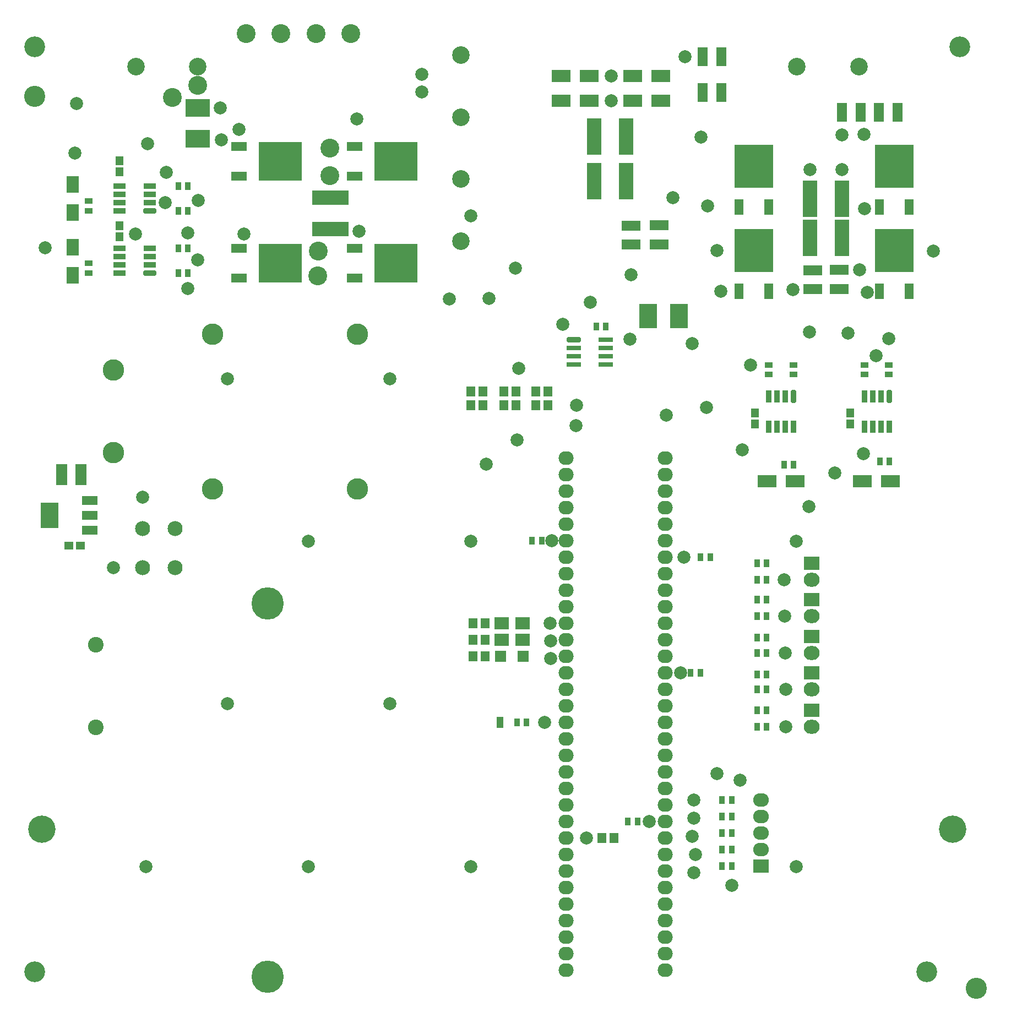
<source format=gts>
%FSLAX25Y25*%
%MOIN*%
G70*
G01*
G75*
G04 Layer_Color=8388736*
G04:AMPARAMS|DCode=10|XSize=43.31mil|YSize=39.37mil|CornerRadius=0mil|HoleSize=0mil|Usage=FLASHONLY|Rotation=90.000|XOffset=0mil|YOffset=0mil|HoleType=Round|Shape=RoundedRectangle|*
%AMROUNDEDRECTD10*
21,1,0.04331,0.03937,0,0,90.0*
21,1,0.04331,0.03937,0,0,90.0*
1,1,0.00000,0.01969,0.02165*
1,1,0.00000,0.01969,-0.02165*
1,1,0.00000,-0.01969,-0.02165*
1,1,0.00000,-0.01969,0.02165*
%
%ADD10ROUNDEDRECTD10*%
%ADD11R,0.04500X0.05300*%
%ADD12R,0.04100X0.03000*%
%ADD13R,0.03000X0.04100*%
%ADD14R,0.05118X0.10630*%
%ADD15R,0.07795X0.02362*%
G04:AMPARAMS|DCode=16|XSize=23.62mil|YSize=77.95mil|CornerRadius=0mil|HoleSize=0mil|Usage=FLASHONLY|Rotation=270.000|XOffset=0mil|YOffset=0mil|HoleType=Round|Shape=Octagon|*
%AMOCTAGOND16*
4,1,8,0.03898,0.00591,0.03898,-0.00591,0.03307,-0.01181,-0.03307,-0.01181,-0.03898,-0.00591,-0.03898,0.00591,-0.03307,0.01181,0.03307,0.01181,0.03898,0.00591,0.0*
%
%ADD16OCTAGOND16*%

%ADD17R,0.13976X0.10236*%
%ADD18R,0.05906X0.05906*%
G04:AMPARAMS|DCode=19|XSize=118.11mil|YSize=61.02mil|CornerRadius=0mil|HoleSize=0mil|Usage=FLASHONLY|Rotation=270.000|XOffset=0mil|YOffset=0mil|HoleType=Round|Shape=RoundedRectangle|*
%AMROUNDEDRECTD19*
21,1,0.11811,0.06102,0,0,270.0*
21,1,0.11811,0.06102,0,0,270.0*
1,1,0.00000,-0.03051,-0.05906*
1,1,0.00000,-0.03051,0.05906*
1,1,0.00000,0.03051,0.05906*
1,1,0.00000,0.03051,-0.05906*
%
%ADD19ROUNDEDRECTD19*%
G04:AMPARAMS|DCode=20|XSize=43.31mil|YSize=39.37mil|CornerRadius=0mil|HoleSize=0mil|Usage=FLASHONLY|Rotation=180.000|XOffset=0mil|YOffset=0mil|HoleType=Round|Shape=RoundedRectangle|*
%AMROUNDEDRECTD20*
21,1,0.04331,0.03937,0,0,180.0*
21,1,0.04331,0.03937,0,0,180.0*
1,1,0.00000,-0.02165,0.01969*
1,1,0.00000,0.02165,0.01969*
1,1,0.00000,0.02165,-0.01969*
1,1,0.00000,-0.02165,-0.01969*
%
%ADD20ROUNDEDRECTD20*%
%ADD21R,0.10433X0.06890*%
%ADD22R,0.04724X0.08661*%
%ADD23R,0.22835X0.25197*%
%ADD24R,0.03150X0.06299*%
%ADD25R,0.07874X0.21260*%
%ADD26R,0.10630X0.05118*%
%ADD27R,0.10000X0.15000*%
%ADD28R,0.09000X0.05000*%
%ADD29R,0.04500X0.05500*%
%ADD30R,0.07800X0.07000*%
%ADD31R,0.07008X0.02638*%
G04:AMPARAMS|DCode=32|XSize=26.38mil|YSize=70.08mil|CornerRadius=0mil|HoleSize=0mil|Usage=FLASHONLY|Rotation=90.000|XOffset=0mil|YOffset=0mil|HoleType=Round|Shape=Octagon|*
%AMOCTAGOND32*
4,1,8,-0.03504,-0.00660,-0.03504,0.00660,-0.02845,0.01319,0.02845,0.01319,0.03504,0.00660,0.03504,-0.00660,0.02845,-0.01319,-0.02845,-0.01319,-0.03504,-0.00660,0.0*
%
%ADD32OCTAGOND32*%

%ADD33R,0.21260X0.07874*%
%ADD34R,0.06890X0.09646*%
%ADD35C,0.04921*%
%ADD36C,0.05000*%
%ADD37O,0.01400X0.00700*%
%ADD38C,0.03500*%
%ADD39O,0.00700X0.01400*%
%ADD40R,0.08661X0.04724*%
%ADD41R,0.25197X0.22835*%
%ADD42R,0.10236X0.13976*%
%ADD43R,0.02638X0.07008*%
G04:AMPARAMS|DCode=44|XSize=26.38mil|YSize=70.08mil|CornerRadius=0mil|HoleSize=0mil|Usage=FLASHONLY|Rotation=180.000|XOffset=0mil|YOffset=0mil|HoleType=Round|Shape=Octagon|*
%AMOCTAGOND44*
4,1,8,0.00660,-0.03504,-0.00660,-0.03504,-0.01319,-0.02845,-0.01319,0.02845,-0.00660,0.03504,0.00660,0.03504,0.01319,0.02845,0.01319,-0.02845,0.00660,-0.03504,0.0*
%
%ADD44OCTAGOND44*%

%ADD45R,0.07800X0.07000*%
%ADD46R,0.05906X0.05906*%
%ADD47C,0.02362*%
%ADD48C,0.16500*%
%ADD49C,0.09843*%
%ADD50R,0.08661X0.07480*%
%ADD51C,0.08268*%
%ADD52O,0.08268X0.07480*%
%ADD53C,0.18779*%
%ADD54C,0.08661*%
%ADD55C,0.12200*%
%ADD56O,0.08661X0.07480*%
%ADD57C,0.11811*%
%ADD58C,0.15748*%
%ADD59C,0.00600*%
%ADD60C,0.00787*%
%ADD61C,0.00500*%
%ADD62C,0.00800*%
%ADD63C,0.00787*%
%ADD64C,0.01000*%
%ADD65C,0.01200*%
G04:AMPARAMS|DCode=66|XSize=51.31mil|YSize=47.37mil|CornerRadius=0mil|HoleSize=0mil|Usage=FLASHONLY|Rotation=90.000|XOffset=0mil|YOffset=0mil|HoleType=Round|Shape=RoundedRectangle|*
%AMROUNDEDRECTD66*
21,1,0.05131,0.04737,0,0,90.0*
21,1,0.05131,0.04737,0,0,90.0*
1,1,0.00000,0.02369,0.02565*
1,1,0.00000,0.02369,-0.02565*
1,1,0.00000,-0.02369,-0.02565*
1,1,0.00000,-0.02369,0.02565*
%
%ADD66ROUNDEDRECTD66*%
%ADD67R,0.05300X0.06100*%
%ADD68R,0.04900X0.03800*%
%ADD69R,0.03800X0.04900*%
%ADD70R,0.05918X0.11430*%
%ADD71R,0.08595X0.03162*%
G04:AMPARAMS|DCode=72|XSize=31.62mil|YSize=85.95mil|CornerRadius=0mil|HoleSize=0mil|Usage=FLASHONLY|Rotation=270.000|XOffset=0mil|YOffset=0mil|HoleType=Round|Shape=Octagon|*
%AMOCTAGOND72*
4,1,8,0.04298,0.00791,0.04298,-0.00791,0.03507,-0.01581,-0.03507,-0.01581,-0.04298,-0.00791,-0.04298,0.00791,-0.03507,0.01581,0.03507,0.01581,0.04298,0.00791,0.0*
%
%ADD72OCTAGOND72*%

%ADD73R,0.14776X0.11036*%
%ADD74R,0.06706X0.06706*%
G04:AMPARAMS|DCode=75|XSize=126.11mil|YSize=69.02mil|CornerRadius=0mil|HoleSize=0mil|Usage=FLASHONLY|Rotation=270.000|XOffset=0mil|YOffset=0mil|HoleType=Round|Shape=RoundedRectangle|*
%AMROUNDEDRECTD75*
21,1,0.12611,0.06902,0,0,270.0*
21,1,0.12611,0.06902,0,0,270.0*
1,1,0.00000,-0.03451,-0.06306*
1,1,0.00000,-0.03451,0.06306*
1,1,0.00000,0.03451,0.06306*
1,1,0.00000,0.03451,-0.06306*
%
%ADD75ROUNDEDRECTD75*%
G04:AMPARAMS|DCode=76|XSize=51.31mil|YSize=47.37mil|CornerRadius=0mil|HoleSize=0mil|Usage=FLASHONLY|Rotation=180.000|XOffset=0mil|YOffset=0mil|HoleType=Round|Shape=RoundedRectangle|*
%AMROUNDEDRECTD76*
21,1,0.05131,0.04737,0,0,180.0*
21,1,0.05131,0.04737,0,0,180.0*
1,1,0.00000,-0.02565,0.02369*
1,1,0.00000,0.02565,0.02369*
1,1,0.00000,0.02565,-0.02369*
1,1,0.00000,-0.02565,-0.02369*
%
%ADD76ROUNDEDRECTD76*%
%ADD77R,0.11233X0.07690*%
%ADD78R,0.05524X0.09461*%
%ADD79R,0.23635X0.25997*%
%ADD80R,0.03950X0.07099*%
%ADD81R,0.08674X0.22060*%
%ADD82R,0.11430X0.05918*%
%ADD83R,0.10800X0.15800*%
%ADD84R,0.09800X0.05800*%
%ADD85R,0.05300X0.06300*%
%ADD86R,0.08600X0.07800*%
%ADD87R,0.07808X0.03438*%
G04:AMPARAMS|DCode=88|XSize=34.38mil|YSize=78.08mil|CornerRadius=0mil|HoleSize=0mil|Usage=FLASHONLY|Rotation=90.000|XOffset=0mil|YOffset=0mil|HoleType=Round|Shape=Octagon|*
%AMOCTAGOND88*
4,1,8,-0.03904,-0.00860,-0.03904,0.00860,-0.03045,0.01719,0.03045,0.01719,0.03904,0.00860,0.03904,-0.00860,0.03045,-0.01719,-0.03045,-0.01719,-0.03904,-0.00860,0.0*
%
%ADD88OCTAGOND88*%

%ADD89R,0.22060X0.08674*%
%ADD90R,0.07690X0.10446*%
%ADD91C,0.12795*%
%ADD92R,0.09461X0.05524*%
%ADD93R,0.25997X0.23635*%
%ADD94R,0.11036X0.14776*%
%ADD95R,0.03438X0.07808*%
G04:AMPARAMS|DCode=96|XSize=34.38mil|YSize=78.08mil|CornerRadius=0mil|HoleSize=0mil|Usage=FLASHONLY|Rotation=180.000|XOffset=0mil|YOffset=0mil|HoleType=Round|Shape=Octagon|*
%AMOCTAGOND96*
4,1,8,0.00860,-0.03904,-0.00860,-0.03904,-0.01719,-0.03045,-0.01719,0.03045,-0.00860,0.03904,0.00860,0.03904,0.01719,0.03045,0.01719,-0.03045,0.00860,-0.03904,0.0*
%
%ADD96OCTAGOND96*%

%ADD97R,0.08600X0.07800*%
%ADD98R,0.06706X0.06706*%
%ADD99C,0.10642*%
%ADD100R,0.09661X0.08480*%
%ADD101C,0.09068*%
%ADD102O,0.09068X0.08280*%
%ADD103C,0.19580*%
%ADD104C,0.09461*%
%ADD105C,0.13000*%
%ADD106O,0.09661X0.08480*%
%ADD107O,0.09461X0.08280*%
%ADD108R,0.09461X0.08280*%
%ADD109C,0.12611*%
%ADD110C,0.16548*%
%ADD111C,0.07868*%
%ADD112C,0.11411*%
D66*
X-228600Y164854D02*
D03*
Y171546D02*
D03*
X155900Y51653D02*
D03*
Y58346D02*
D03*
X-228600Y204053D02*
D03*
Y210747D02*
D03*
X213535Y51654D02*
D03*
Y58346D02*
D03*
D67*
X30674Y62800D02*
D03*
X23380D02*
D03*
X11320D02*
D03*
X4027D02*
D03*
X-8726D02*
D03*
X-16020D02*
D03*
X23380Y71100D02*
D03*
X30674D02*
D03*
X4027D02*
D03*
X11320D02*
D03*
X-16020D02*
D03*
X-8726D02*
D03*
X-14689Y-89055D02*
D03*
X-7395D02*
D03*
X-14689Y-79055D02*
D03*
X-7395D02*
D03*
X-14689Y-69055D02*
D03*
X-7395D02*
D03*
D68*
X222400Y87197D02*
D03*
Y81403D02*
D03*
X237035Y87243D02*
D03*
Y81450D02*
D03*
X-247400Y180600D02*
D03*
Y186400D02*
D03*
Y142900D02*
D03*
Y148700D02*
D03*
X179400Y87243D02*
D03*
Y81450D02*
D03*
X164400Y87197D02*
D03*
Y81403D02*
D03*
D69*
X65700Y110400D02*
D03*
X59900D02*
D03*
X-187157Y157900D02*
D03*
X-192950D02*
D03*
X141903Y-196055D02*
D03*
X136103D02*
D03*
X163055Y-32655D02*
D03*
X157261D02*
D03*
Y-109255D02*
D03*
X163055D02*
D03*
X157261Y-131655D02*
D03*
X163055D02*
D03*
X157261Y-87155D02*
D03*
X163055D02*
D03*
X157261Y-64855D02*
D03*
X163055D02*
D03*
X157261Y-42655D02*
D03*
X163055D02*
D03*
Y-100055D02*
D03*
X157261D02*
D03*
X163055Y-121755D02*
D03*
X157261D02*
D03*
X163055Y-77655D02*
D03*
X157261D02*
D03*
X163055Y-54855D02*
D03*
X157261D02*
D03*
X141897Y-186055D02*
D03*
X136103D02*
D03*
X141897Y-176055D02*
D03*
X136103D02*
D03*
X141897Y-216055D02*
D03*
X136103D02*
D03*
X141897Y-206055D02*
D03*
X136103D02*
D03*
X84900Y-189000D02*
D03*
X79100D02*
D03*
X123100Y-29000D02*
D03*
X128900D02*
D03*
X26900Y-19000D02*
D03*
X21100D02*
D03*
X117100Y-99000D02*
D03*
X122900D02*
D03*
X237500Y29000D02*
D03*
X231700D02*
D03*
X179500Y27000D02*
D03*
X173700D02*
D03*
X-187157Y180600D02*
D03*
X-192950D02*
D03*
X-187203Y195600D02*
D03*
X-192997D02*
D03*
X11961Y-129055D02*
D03*
X17755D02*
D03*
X-187157Y142900D02*
D03*
X-192950D02*
D03*
D70*
X208646Y240100D02*
D03*
X220063D02*
D03*
X231039D02*
D03*
X242457D02*
D03*
X135757Y252200D02*
D03*
X124339D02*
D03*
Y274000D02*
D03*
X135757D02*
D03*
D71*
X65705Y102500D02*
D03*
Y97500D02*
D03*
Y92500D02*
D03*
Y87500D02*
D03*
X46295Y97500D02*
D03*
Y92500D02*
D03*
Y87500D02*
D03*
D72*
Y102500D02*
D03*
D73*
X-181200Y242750D02*
D03*
Y224050D02*
D03*
D74*
X2069Y-89055D02*
D03*
D75*
X-252004Y20685D02*
D03*
X-263618D02*
D03*
D76*
X-252465Y-22315D02*
D03*
X-259157D02*
D03*
D77*
X238000Y17000D02*
D03*
X221071D02*
D03*
X180365Y17000D02*
D03*
X163435D02*
D03*
X55565Y247200D02*
D03*
X38635D02*
D03*
X98965D02*
D03*
X82035D02*
D03*
X98965Y262300D02*
D03*
X82035D02*
D03*
X55565D02*
D03*
X38635D02*
D03*
D78*
X231524Y131732D02*
D03*
X249476D02*
D03*
X146524D02*
D03*
X164476D02*
D03*
X146524Y182732D02*
D03*
X164476D02*
D03*
X231524D02*
D03*
X249476D02*
D03*
D79*
X240500Y156535D02*
D03*
X155500D02*
D03*
Y207535D02*
D03*
X240500D02*
D03*
D80*
X1858Y-129055D02*
D03*
D81*
X189354Y187800D02*
D03*
X208646D02*
D03*
X189354Y164300D02*
D03*
X208646D02*
D03*
X58854Y198500D02*
D03*
X78146D02*
D03*
X58854Y225500D02*
D03*
X78146D02*
D03*
D82*
X190917Y144661D02*
D03*
Y133243D02*
D03*
X207083Y133339D02*
D03*
Y144757D02*
D03*
X98000Y160339D02*
D03*
Y171757D02*
D03*
X81000Y171661D02*
D03*
Y160243D02*
D03*
D83*
X-270811Y-3815D02*
D03*
D84*
X-246611Y5185D02*
D03*
Y-3815D02*
D03*
Y-12815D02*
D03*
D85*
X63350Y-199000D02*
D03*
X70650D02*
D03*
D86*
X2708Y-79055D02*
D03*
Y-69055D02*
D03*
D87*
X-228613Y142900D02*
D03*
Y147900D02*
D03*
Y152900D02*
D03*
Y157900D02*
D03*
X-210187Y147900D02*
D03*
Y152900D02*
D03*
Y157900D02*
D03*
X-228613Y180600D02*
D03*
Y185600D02*
D03*
Y190600D02*
D03*
Y195600D02*
D03*
X-210187Y185600D02*
D03*
Y190600D02*
D03*
Y195600D02*
D03*
D88*
Y142900D02*
D03*
Y180600D02*
D03*
D89*
X-101000Y169354D02*
D03*
Y188646D02*
D03*
D90*
X-257000Y179535D02*
D03*
Y196465D02*
D03*
Y141535D02*
D03*
Y158465D02*
D03*
D91*
X-280000Y250000D02*
D03*
X290000Y-290000D02*
D03*
D92*
X-86268Y157876D02*
D03*
Y139924D02*
D03*
Y219376D02*
D03*
Y201424D02*
D03*
X-156268Y157876D02*
D03*
Y139924D02*
D03*
Y219376D02*
D03*
Y201424D02*
D03*
D93*
X-61465Y148900D02*
D03*
Y210400D02*
D03*
X-131465Y148900D02*
D03*
Y210400D02*
D03*
D94*
X91350Y116800D02*
D03*
X110050D02*
D03*
D95*
X237500Y49787D02*
D03*
X232500D02*
D03*
X227500D02*
D03*
X222500D02*
D03*
X232500Y68213D02*
D03*
X227500D02*
D03*
X222500D02*
D03*
X179500Y49787D02*
D03*
X174500D02*
D03*
X169500D02*
D03*
X164500D02*
D03*
X174500Y68213D02*
D03*
X169500D02*
D03*
X164500D02*
D03*
D96*
X237500D02*
D03*
X179500D02*
D03*
D97*
X15208Y-79055D02*
D03*
Y-69055D02*
D03*
D98*
X15848Y-89055D02*
D03*
D99*
X-181260Y268000D02*
D03*
X-218740D02*
D03*
X-22000Y237260D02*
D03*
Y274740D02*
D03*
Y162299D02*
D03*
Y199779D02*
D03*
X218922Y268000D02*
D03*
X181442D02*
D03*
D100*
X190508Y-54955D02*
D03*
Y-121655D02*
D03*
Y-99255D02*
D03*
Y-77155D02*
D03*
Y-32655D02*
D03*
D101*
X-214567Y-35433D02*
D03*
X-194882D02*
D03*
Y-11811D02*
D03*
X-214567D02*
D03*
D102*
X101858Y30945D02*
D03*
Y20945D02*
D03*
Y10945D02*
D03*
Y945D02*
D03*
Y-9055D02*
D03*
Y-19055D02*
D03*
Y-29055D02*
D03*
Y-39055D02*
D03*
Y-49055D02*
D03*
Y-59055D02*
D03*
Y-69055D02*
D03*
Y-79055D02*
D03*
Y-89055D02*
D03*
Y-99055D02*
D03*
Y-109055D02*
D03*
Y-119055D02*
D03*
Y-129055D02*
D03*
Y-139055D02*
D03*
Y-149055D02*
D03*
Y-159055D02*
D03*
Y-169055D02*
D03*
Y-179055D02*
D03*
Y-189055D02*
D03*
Y-199055D02*
D03*
Y-209055D02*
D03*
Y-219055D02*
D03*
Y-229055D02*
D03*
Y-239055D02*
D03*
Y-249055D02*
D03*
Y-259055D02*
D03*
Y-269055D02*
D03*
Y-279055D02*
D03*
X41858Y30945D02*
D03*
Y20945D02*
D03*
Y10945D02*
D03*
Y945D02*
D03*
Y-9055D02*
D03*
Y-19055D02*
D03*
Y-29055D02*
D03*
Y-39055D02*
D03*
Y-49055D02*
D03*
Y-59055D02*
D03*
Y-69055D02*
D03*
Y-79055D02*
D03*
Y-89055D02*
D03*
Y-99055D02*
D03*
Y-109055D02*
D03*
Y-119055D02*
D03*
Y-129055D02*
D03*
Y-139055D02*
D03*
Y-149055D02*
D03*
Y-159055D02*
D03*
Y-169055D02*
D03*
Y-179055D02*
D03*
Y-189055D02*
D03*
Y-199055D02*
D03*
Y-209055D02*
D03*
Y-219055D02*
D03*
Y-229055D02*
D03*
Y-239055D02*
D03*
Y-249055D02*
D03*
Y-259055D02*
D03*
Y-269055D02*
D03*
Y-279055D02*
D03*
D103*
X-139097Y-282992D02*
D03*
Y-57008D02*
D03*
D104*
X-243113Y-82008D02*
D03*
Y-132008D02*
D03*
D105*
X-232283Y34055D02*
D03*
Y84055D02*
D03*
X-172283Y105955D02*
D03*
X-84784D02*
D03*
X-172283Y12155D02*
D03*
X-84784D02*
D03*
D106*
X190508Y-131655D02*
D03*
Y-109255D02*
D03*
Y-87155D02*
D03*
Y-64955D02*
D03*
Y-42655D02*
D03*
D107*
X159858Y-176055D02*
D03*
Y-186055D02*
D03*
Y-196055D02*
D03*
Y-206055D02*
D03*
D108*
Y-216055D02*
D03*
D109*
X-280000Y280000D02*
D03*
X280000D02*
D03*
X-280000Y-280000D02*
D03*
X260000D02*
D03*
D110*
X275590Y-193701D02*
D03*
X-275590D02*
D03*
D111*
X181032Y-19470D02*
D03*
Y-216320D02*
D03*
X-15819Y177380D02*
D03*
Y-19470D02*
D03*
Y-216320D02*
D03*
X-65031Y78955D02*
D03*
X-114244Y-19470D02*
D03*
X-65031Y-117895D02*
D03*
X-114244Y-216320D02*
D03*
X-163457Y78955D02*
D03*
Y-117895D02*
D03*
X-212669Y-216320D02*
D03*
X92000Y-189000D02*
D03*
X54000Y-199000D02*
D03*
X-214600Y7100D02*
D03*
X33000Y-19000D02*
D03*
X-255800Y215600D02*
D03*
X-273700Y158300D02*
D03*
X118000Y-198000D02*
D03*
X120000Y-209000D02*
D03*
X119000Y-220000D02*
D03*
Y-187000D02*
D03*
X119055Y-176055D02*
D03*
X174790Y-131655D02*
D03*
X174645Y-109255D02*
D03*
X174245Y-87155D02*
D03*
X174055Y-64955D02*
D03*
X173700Y-42655D02*
D03*
X81096Y141796D02*
D03*
X12073Y42000D02*
D03*
X47600Y50600D02*
D03*
X48100Y62800D02*
D03*
X123300Y225300D02*
D03*
X188700Y1651D02*
D03*
X189000Y107300D02*
D03*
X178900Y133000D02*
D03*
X221900Y227000D02*
D03*
X39600Y112000D02*
D03*
X80400Y102700D02*
D03*
X264000Y156200D02*
D03*
X221600Y33600D02*
D03*
X229400Y93000D02*
D03*
X102200Y56900D02*
D03*
X219257Y144757D02*
D03*
X222200Y182000D02*
D03*
X237035Y103165D02*
D03*
X224100Y131200D02*
D03*
X153497Y87197D02*
D03*
X127200Y183400D02*
D03*
X212400Y106400D02*
D03*
X135432Y131732D02*
D03*
X208646Y226635D02*
D03*
Y205486D02*
D03*
X189354D02*
D03*
X113615Y273953D02*
D03*
X68926Y262300D02*
D03*
X69016Y247110D02*
D03*
X-167100Y223600D02*
D03*
X-167700Y242700D02*
D03*
X-45700Y263115D02*
D03*
Y252485D02*
D03*
X-5100Y127500D02*
D03*
X-28900Y127200D02*
D03*
X-83800Y168100D02*
D03*
X28755Y-129055D02*
D03*
X-201100Y185600D02*
D03*
X-187157Y133657D02*
D03*
X-153300Y166500D02*
D03*
X-200200Y203700D02*
D03*
X-84900Y236100D02*
D03*
X-181000Y186757D02*
D03*
X-187200Y167200D02*
D03*
X-156268Y229968D02*
D03*
X32500Y-90400D02*
D03*
Y-79700D02*
D03*
X32155Y-69055D02*
D03*
X113000Y-29000D02*
D03*
X111000Y-99000D02*
D03*
X133000Y-160000D02*
D03*
X147000Y-164000D02*
D03*
X141897Y-227897D02*
D03*
X-232283Y-35433D02*
D03*
X133135Y156535D02*
D03*
X148300Y35700D02*
D03*
X56221Y125093D02*
D03*
X-6762Y27202D02*
D03*
X118000Y100100D02*
D03*
X126800Y61400D02*
D03*
X11100Y145800D02*
D03*
X12900Y85100D02*
D03*
X-211700Y221200D02*
D03*
X-218900Y166600D02*
D03*
X-254600Y245500D02*
D03*
X-181400Y150900D02*
D03*
X204200Y21800D02*
D03*
X106273Y188600D02*
D03*
D112*
X-196600Y249200D02*
D03*
X-181260Y256360D02*
D03*
X-108300Y156100D02*
D03*
X-108600Y141200D02*
D03*
X-101400Y218384D02*
D03*
X-101208Y201708D02*
D03*
X-88688Y287888D02*
D03*
X-151900D02*
D03*
X-109758D02*
D03*
X-130829D02*
D03*
M02*

</source>
